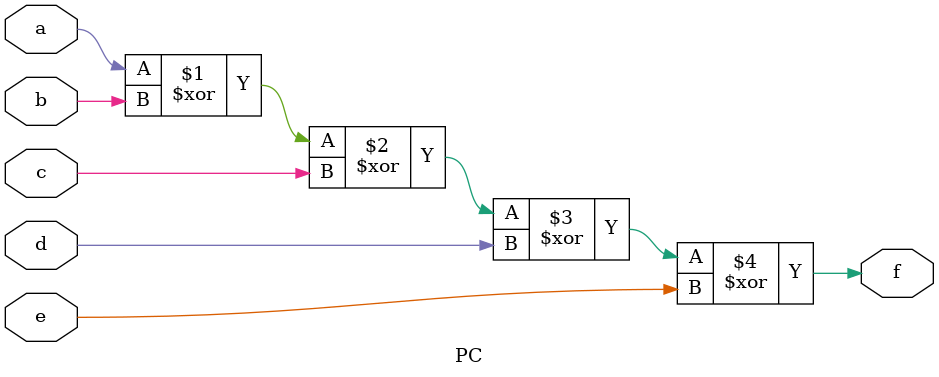
<source format=v>
`timescale 1ns / 1ps

module PC(
   input a, b, c, d, e,
   output f
);
    
assign f = a ^ b ^ c ^ d ^ e;
    
endmodule

</source>
